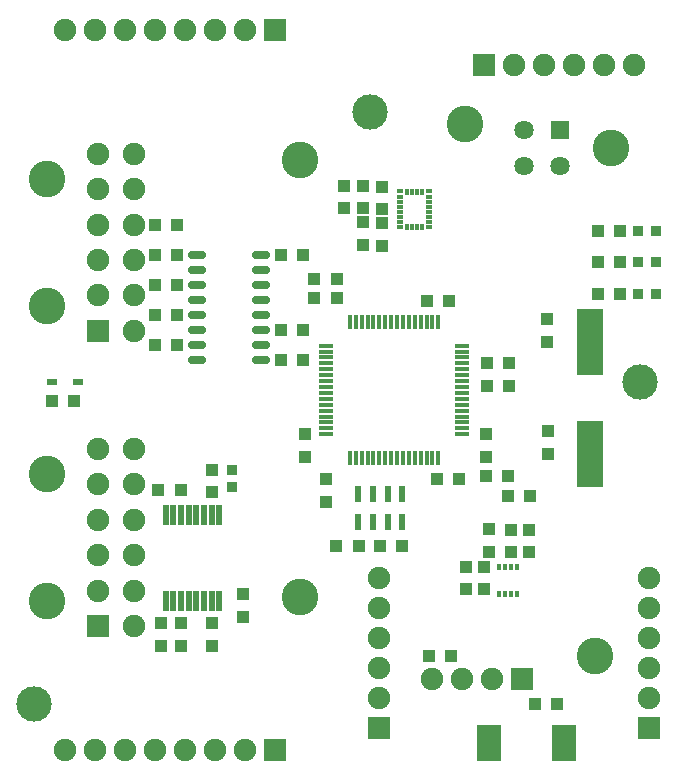
<source format=gts>
G04*
G04 #@! TF.GenerationSoftware,Altium Limited,Altium Designer,20.2.6 (244)*
G04*
G04 Layer_Color=8388736*
%FSLAX25Y25*%
%MOIN*%
G70*
G04*
G04 #@! TF.SameCoordinates,23E3F134-E155-4AF0-B130-1C61D597126F*
G04*
G04*
G04 #@! TF.FilePolarity,Negative*
G04*
G01*
G75*
%ADD17R,0.05118X0.01575*%
%ADD18R,0.01575X0.05118*%
%ADD19R,0.08268X0.12205*%
%ADD20R,0.02362X0.06890*%
%ADD21R,0.01575X0.02441*%
%ADD22R,0.03937X0.03937*%
%ADD23R,0.02480X0.05551*%
%ADD24O,0.06102X0.02756*%
%ADD25R,0.03543X0.03543*%
%ADD26R,0.02480X0.01496*%
%ADD27R,0.01496X0.02480*%
%ADD28R,0.03543X0.02362*%
%ADD29R,0.08661X0.22441*%
%ADD30R,0.03937X0.03937*%
%ADD31R,0.03543X0.03543*%
%ADD32C,0.11811*%
%ADD33C,0.07480*%
%ADD34R,0.07480X0.07480*%
%ADD35R,0.07480X0.07480*%
%ADD36C,0.12205*%
%ADD37C,0.06417*%
%ADD38R,0.06417X0.06417*%
D17*
X156496Y113189D02*
D03*
Y115157D02*
D03*
Y117126D02*
D03*
Y119095D02*
D03*
Y121063D02*
D03*
Y123031D02*
D03*
Y125000D02*
D03*
Y126969D02*
D03*
Y128937D02*
D03*
Y130905D02*
D03*
Y132874D02*
D03*
Y134843D02*
D03*
Y136811D02*
D03*
Y138779D02*
D03*
Y140748D02*
D03*
Y142717D02*
D03*
X111221D02*
D03*
Y140748D02*
D03*
Y138779D02*
D03*
Y136811D02*
D03*
Y134843D02*
D03*
Y132874D02*
D03*
Y130905D02*
D03*
Y128937D02*
D03*
Y126969D02*
D03*
Y125000D02*
D03*
Y123031D02*
D03*
Y121063D02*
D03*
Y119095D02*
D03*
Y117126D02*
D03*
Y115157D02*
D03*
Y113189D02*
D03*
D18*
X148622Y150591D02*
D03*
X146654D02*
D03*
X144685D02*
D03*
X142717D02*
D03*
X140748D02*
D03*
X138780D02*
D03*
X136811D02*
D03*
X134843D02*
D03*
X132874D02*
D03*
X130906D02*
D03*
X128937D02*
D03*
X126969D02*
D03*
X125000D02*
D03*
X123032D02*
D03*
X121063D02*
D03*
X119095D02*
D03*
Y105315D02*
D03*
X121063D02*
D03*
X123032D02*
D03*
X125000D02*
D03*
X126969D02*
D03*
X128937D02*
D03*
X130906D02*
D03*
X132874D02*
D03*
X134843D02*
D03*
X136811D02*
D03*
X138780D02*
D03*
X140748D02*
D03*
X142717D02*
D03*
X144685D02*
D03*
X146654D02*
D03*
X148622D02*
D03*
D19*
X190551Y10236D02*
D03*
X165354D02*
D03*
D20*
X75591Y86228D02*
D03*
X73032D02*
D03*
X70473D02*
D03*
X67914D02*
D03*
X65355D02*
D03*
X62796D02*
D03*
X60236D02*
D03*
X57677D02*
D03*
X75591Y57685D02*
D03*
X73032D02*
D03*
X70473D02*
D03*
X67914D02*
D03*
X65355D02*
D03*
X62796D02*
D03*
X60236D02*
D03*
X57677D02*
D03*
D21*
X174705Y68866D02*
D03*
X172736D02*
D03*
X170768D02*
D03*
X168799D02*
D03*
X174705Y60008D02*
D03*
X172736D02*
D03*
X170768D02*
D03*
X168799D02*
D03*
D22*
X145472Y39370D02*
D03*
X152953D02*
D03*
X114764Y158472D02*
D03*
X107284D02*
D03*
X114764Y164961D02*
D03*
X107283D02*
D03*
X179331Y92520D02*
D03*
X171850D02*
D03*
X171851Y99434D02*
D03*
X164370D02*
D03*
X201709Y160000D02*
D03*
X209189D02*
D03*
X201709Y170500D02*
D03*
X209189D02*
D03*
X201709Y181000D02*
D03*
X209189D02*
D03*
X144685Y157685D02*
D03*
X152166D02*
D03*
X155512Y98425D02*
D03*
X148031D02*
D03*
X55315Y94693D02*
D03*
X62796D02*
D03*
X61500Y173000D02*
D03*
X54020D02*
D03*
X122047Y75984D02*
D03*
X114567D02*
D03*
X129134Y75984D02*
D03*
X136614D02*
D03*
X19685Y124409D02*
D03*
X27165D02*
D03*
X188189Y23228D02*
D03*
X180709D02*
D03*
X54020Y183000D02*
D03*
X61500D02*
D03*
X54020Y163000D02*
D03*
X61500D02*
D03*
X96000Y173000D02*
D03*
X103480D02*
D03*
X61500Y153000D02*
D03*
X54020D02*
D03*
X61500Y143000D02*
D03*
X54020D02*
D03*
X96000Y138000D02*
D03*
X103480D02*
D03*
X96000Y148000D02*
D03*
X103480D02*
D03*
D23*
X126772Y93307D02*
D03*
X131693D02*
D03*
X136614D02*
D03*
Y83858D02*
D03*
X131693D02*
D03*
X126772D02*
D03*
X121850Y93307D02*
D03*
Y83858D02*
D03*
D24*
X89567Y137992D02*
D03*
Y142992D02*
D03*
Y147992D02*
D03*
Y152992D02*
D03*
Y157992D02*
D03*
Y162992D02*
D03*
Y167992D02*
D03*
Y172992D02*
D03*
X68110Y137992D02*
D03*
Y142992D02*
D03*
Y147992D02*
D03*
Y152992D02*
D03*
Y157992D02*
D03*
Y162992D02*
D03*
Y167992D02*
D03*
Y172992D02*
D03*
D25*
X79724Y95481D02*
D03*
Y101387D02*
D03*
D26*
X135748Y182264D02*
D03*
X145354D02*
D03*
Y183957D02*
D03*
Y185650D02*
D03*
Y187343D02*
D03*
Y189035D02*
D03*
Y190728D02*
D03*
Y192421D02*
D03*
Y194114D02*
D03*
X135748D02*
D03*
Y192421D02*
D03*
Y190728D02*
D03*
Y189035D02*
D03*
Y187343D02*
D03*
Y185650D02*
D03*
Y183957D02*
D03*
D27*
X138012Y182402D02*
D03*
X139705D02*
D03*
X141398D02*
D03*
X143091D02*
D03*
Y193976D02*
D03*
X141398D02*
D03*
X139705D02*
D03*
X138012D02*
D03*
D28*
X19685Y130709D02*
D03*
X28346D02*
D03*
D29*
X199131Y106701D02*
D03*
Y144102D02*
D03*
D30*
X129921Y183465D02*
D03*
Y175984D02*
D03*
X164764Y136819D02*
D03*
Y129339D02*
D03*
X172244Y136819D02*
D03*
Y129339D02*
D03*
X185236Y114181D02*
D03*
Y106701D02*
D03*
X184843Y151583D02*
D03*
Y144102D02*
D03*
X111221Y98236D02*
D03*
Y90756D02*
D03*
X73032Y101386D02*
D03*
Y93906D02*
D03*
X104134Y113197D02*
D03*
Y105717D02*
D03*
X164370Y113197D02*
D03*
Y105717D02*
D03*
X56299Y50197D02*
D03*
Y42717D02*
D03*
X83465Y52362D02*
D03*
Y59842D02*
D03*
X62795Y50222D02*
D03*
Y42741D02*
D03*
X73032Y50222D02*
D03*
Y42741D02*
D03*
X123622Y183858D02*
D03*
Y176378D02*
D03*
X117323Y188583D02*
D03*
Y196063D02*
D03*
X163752Y68937D02*
D03*
Y61457D02*
D03*
X157752Y68937D02*
D03*
Y61457D02*
D03*
X172752Y73937D02*
D03*
Y81417D02*
D03*
X178752Y73937D02*
D03*
Y81417D02*
D03*
X165354Y81496D02*
D03*
Y74016D02*
D03*
X123622Y188583D02*
D03*
Y196063D02*
D03*
X129921Y188189D02*
D03*
Y195669D02*
D03*
D31*
X221000Y160000D02*
D03*
X215094D02*
D03*
X221000Y170500D02*
D03*
X215094D02*
D03*
X221000Y181000D02*
D03*
X215094D02*
D03*
D32*
X13780Y23228D02*
D03*
X215748Y130709D02*
D03*
X125984Y220472D02*
D03*
D33*
X24054Y248031D02*
D03*
X34054D02*
D03*
X84054Y248031D02*
D03*
X74054D02*
D03*
X64054D02*
D03*
X54053Y248032D02*
D03*
X44054Y248031D02*
D03*
X128741Y25157D02*
D03*
Y35157D02*
D03*
Y45157D02*
D03*
X128740Y55158D02*
D03*
X128740Y65158D02*
D03*
X146417Y31496D02*
D03*
X156417D02*
D03*
X166417D02*
D03*
X47047Y49213D02*
D03*
X35236Y61024D02*
D03*
X47047D02*
D03*
X35236Y72835D02*
D03*
X47047D02*
D03*
X35236Y84646D02*
D03*
X47047D02*
D03*
X35236Y96457D02*
D03*
X47047D02*
D03*
X35236Y108268D02*
D03*
X47047D02*
D03*
X47047Y147638D02*
D03*
X35236Y159449D02*
D03*
X47047D02*
D03*
X35236Y171260D02*
D03*
X47047D02*
D03*
X35236Y183071D02*
D03*
X47047D02*
D03*
X35236Y194882D02*
D03*
X47047D02*
D03*
X35236Y206693D02*
D03*
X47047D02*
D03*
X213977Y236221D02*
D03*
X203977Y236220D02*
D03*
X193976Y236221D02*
D03*
X183976D02*
D03*
X173976D02*
D03*
X24054Y7874D02*
D03*
X34054D02*
D03*
X84054Y7874D02*
D03*
X74054D02*
D03*
X64054D02*
D03*
X54053Y7874D02*
D03*
X44054Y7874D02*
D03*
X218741Y25157D02*
D03*
Y35157D02*
D03*
Y45157D02*
D03*
X218740Y55158D02*
D03*
X218740Y65158D02*
D03*
D34*
X94054Y248031D02*
D03*
X176417Y31496D02*
D03*
X163976Y236221D02*
D03*
X94054Y7874D02*
D03*
D35*
X128741Y15157D02*
D03*
X35236Y49213D02*
D03*
X35236Y147638D02*
D03*
X218741Y15157D02*
D03*
D36*
X157480Y216535D02*
D03*
X18307Y99803D02*
D03*
Y57677D02*
D03*
X206142Y208661D02*
D03*
X18307Y198228D02*
D03*
Y156102D02*
D03*
X102362Y204724D02*
D03*
Y59055D02*
D03*
X200787Y39370D02*
D03*
D37*
X177323Y202756D02*
D03*
Y214567D02*
D03*
X189134Y202756D02*
D03*
D38*
Y214567D02*
D03*
M02*

</source>
